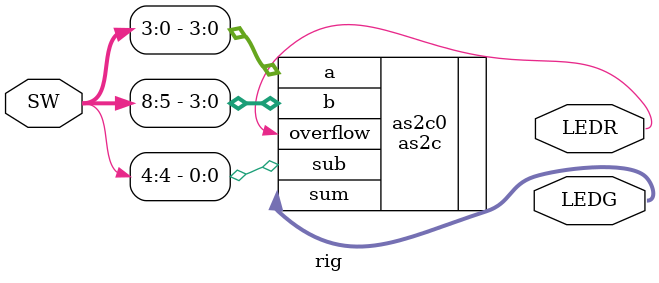
<source format=v>
module rig
	(
		input wire[8:0] SW,
		output wire[3:0] LEDG,
		output wire[0:0] LEDR
	);
	
	as2c as2c0 (.a(SW[3:0]), .b(SW[8:5]), .sub(SW[4]), .sum(LEDG[3:0]), .overflow(LEDR[0]));
	
endmodule

</source>
